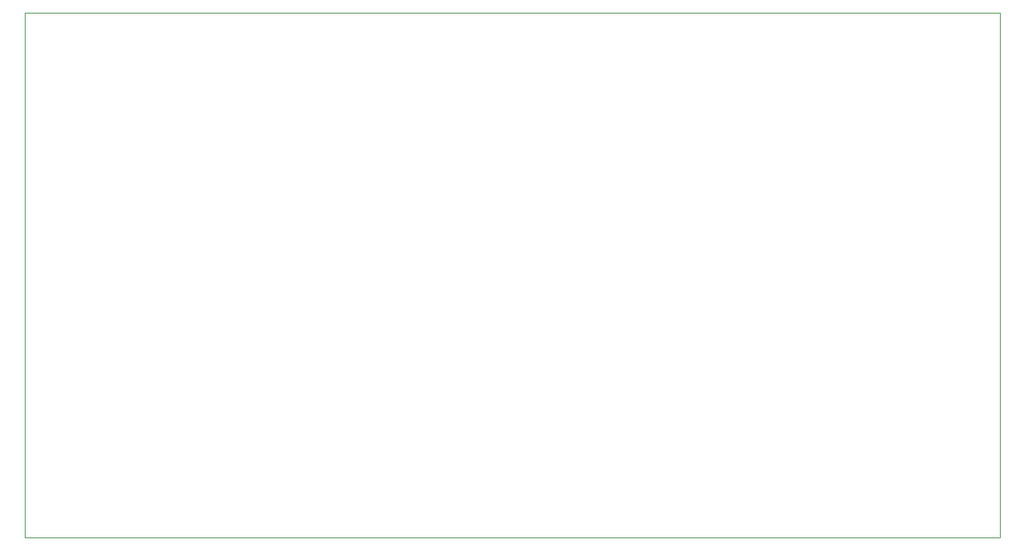
<source format=gm1>
%TF.GenerationSoftware,KiCad,Pcbnew,9.0.5*%
%TF.CreationDate,2025-10-22T13:12:41-04:00*%
%TF.ProjectId,mainBoard,6d61696e-426f-4617-9264-2e6b69636164,rev?*%
%TF.SameCoordinates,Original*%
%TF.FileFunction,Profile,NP*%
%FSLAX46Y46*%
G04 Gerber Fmt 4.6, Leading zero omitted, Abs format (unit mm)*
G04 Created by KiCad (PCBNEW 9.0.5) date 2025-10-22 13:12:41*
%MOMM*%
%LPD*%
G01*
G04 APERTURE LIST*
%TA.AperFunction,Profile*%
%ADD10C,0.050000*%
%TD*%
G04 APERTURE END LIST*
D10*
X51385786Y-26114215D02*
X161185786Y-26114215D01*
X161185786Y-85214215D01*
X51385786Y-85214215D01*
X51385786Y-26114215D01*
M02*

</source>
